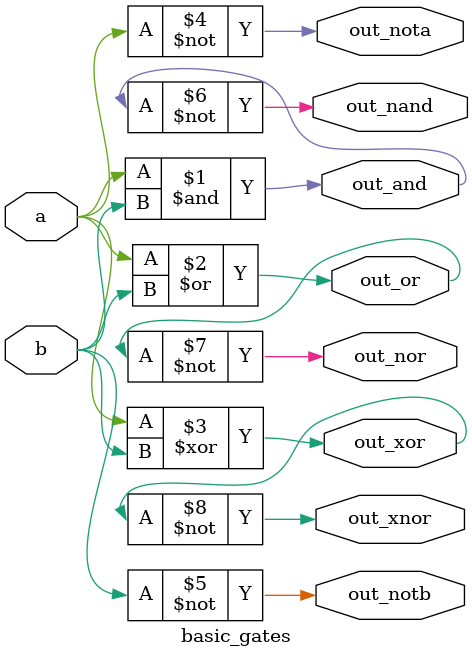
<source format=v>
module basic_gates(input a,b, output out_and,out_or,out_nota,out_notb,out_nand,out_nor,out_xor,out_xnor);
  and g1(out_and,a,b);
  or g2(out_or,a,b);
  not g3(out_nota,a);
  not g4(out_notb,b);
  not g5(out_nand,out_and);
  not g6(out_nor,out_or);
  xor g7(out_xor,a,b);
  not g8(out_xnor,out_xor);
endmodule



</source>
